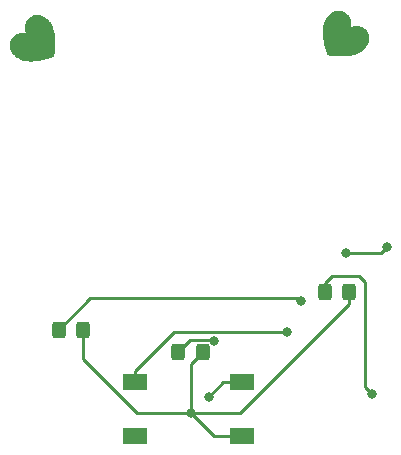
<source format=gbr>
%TF.GenerationSoftware,KiCad,Pcbnew,7.0.10*%
%TF.CreationDate,2024-01-29T00:00:28+02:00*%
%TF.ProjectId,RamenTimer_ki7,52616d65-6e54-4696-9d65-725f6b69372e,rev?*%
%TF.SameCoordinates,Original*%
%TF.FileFunction,Copper,L2,Bot*%
%TF.FilePolarity,Positive*%
%FSLAX46Y46*%
G04 Gerber Fmt 4.6, Leading zero omitted, Abs format (unit mm)*
G04 Created by KiCad (PCBNEW 7.0.10) date 2024-01-29 00:00:28*
%MOMM*%
%LPD*%
G01*
G04 APERTURE LIST*
G04 Aperture macros list*
%AMRoundRect*
0 Rectangle with rounded corners*
0 $1 Rounding radius*
0 $2 $3 $4 $5 $6 $7 $8 $9 X,Y pos of 4 corners*
0 Add a 4 corners polygon primitive as box body*
4,1,4,$2,$3,$4,$5,$6,$7,$8,$9,$2,$3,0*
0 Add four circle primitives for the rounded corners*
1,1,$1+$1,$2,$3*
1,1,$1+$1,$4,$5*
1,1,$1+$1,$6,$7*
1,1,$1+$1,$8,$9*
0 Add four rect primitives between the rounded corners*
20,1,$1+$1,$2,$3,$4,$5,0*
20,1,$1+$1,$4,$5,$6,$7,0*
20,1,$1+$1,$6,$7,$8,$9,0*
20,1,$1+$1,$8,$9,$2,$3,0*%
G04 Aperture macros list end*
%TA.AperFunction,NonConductor*%
%ADD10C,0.004000*%
%TD*%
%TA.AperFunction,SMDPad,CuDef*%
%ADD11R,2.100000X1.400000*%
%TD*%
%TA.AperFunction,SMDPad,CuDef*%
%ADD12RoundRect,0.250000X0.325000X0.450000X-0.325000X0.450000X-0.325000X-0.450000X0.325000X-0.450000X0*%
%TD*%
%TA.AperFunction,ViaPad*%
%ADD13C,0.800000*%
%TD*%
%TA.AperFunction,Conductor*%
%ADD14C,0.250000*%
%TD*%
G04 APERTURE END LIST*
D10*
X140966455Y-80047277D02*
X141048170Y-80054836D01*
X141130608Y-80069310D01*
X141213662Y-80090691D01*
X141297226Y-80118975D01*
X141381194Y-80154158D01*
X141465458Y-80196232D01*
X141549913Y-80245192D01*
X141634451Y-80301034D01*
X141706212Y-80354393D01*
X141774167Y-80411213D01*
X141838380Y-80471610D01*
X141898913Y-80535701D01*
X141955831Y-80603602D01*
X142009197Y-80675430D01*
X142059074Y-80751302D01*
X142105526Y-80831334D01*
X142148615Y-80915641D01*
X142188406Y-81004341D01*
X142224963Y-81097551D01*
X142258347Y-81195386D01*
X142288623Y-81297963D01*
X142315856Y-81405398D01*
X142340106Y-81517808D01*
X142361439Y-81635309D01*
X142375411Y-81727932D01*
X142387247Y-81824019D01*
X142396955Y-81923265D01*
X142404537Y-82025360D01*
X142410000Y-82130000D01*
X142413347Y-82236876D01*
X142414587Y-82345680D01*
X142413724Y-82456108D01*
X142410763Y-82567848D01*
X142405707Y-82680597D01*
X142398565Y-82794046D01*
X142389340Y-82907889D01*
X142378038Y-83021816D01*
X142364665Y-83135522D01*
X142349225Y-83248700D01*
X142331724Y-83361041D01*
X142331724Y-83361042D01*
X142326702Y-83390357D01*
X142321622Y-83418176D01*
X142316623Y-83443857D01*
X142311844Y-83466757D01*
X142307425Y-83486235D01*
X142303506Y-83501646D01*
X142301776Y-83507626D01*
X142300224Y-83512350D01*
X142298867Y-83515735D01*
X142297722Y-83517702D01*
X142290150Y-83522622D01*
X142274094Y-83529949D01*
X142220025Y-83550698D01*
X142142504Y-83577695D01*
X142048517Y-83608685D01*
X141945054Y-83641413D01*
X141839102Y-83673622D01*
X141737649Y-83703060D01*
X141647686Y-83727469D01*
X141460112Y-83773116D01*
X141277429Y-83811956D01*
X141099747Y-83843993D01*
X140927180Y-83869230D01*
X140759840Y-83887673D01*
X140597841Y-83899324D01*
X140441295Y-83904188D01*
X140290314Y-83902270D01*
X140145013Y-83893572D01*
X140005503Y-83878100D01*
X139871897Y-83855855D01*
X139744308Y-83826846D01*
X139622849Y-83791072D01*
X139507633Y-83748540D01*
X139398772Y-83699253D01*
X139296378Y-83643216D01*
X139268873Y-83625920D01*
X139240042Y-83606270D01*
X139210146Y-83584508D01*
X139179446Y-83560878D01*
X139116679Y-83508991D01*
X139053829Y-83452556D01*
X138992986Y-83393526D01*
X138936237Y-83333847D01*
X138910051Y-83304375D01*
X138885671Y-83275470D01*
X138863359Y-83247381D01*
X138843376Y-83220346D01*
X138818620Y-83184192D01*
X138795256Y-83147560D01*
X138773306Y-83110510D01*
X138752790Y-83073094D01*
X138733728Y-83035372D01*
X138716140Y-82997396D01*
X138700046Y-82959225D01*
X138685468Y-82920915D01*
X138672423Y-82882521D01*
X138660933Y-82844099D01*
X138651019Y-82805706D01*
X138642699Y-82767398D01*
X138635997Y-82729231D01*
X138630929Y-82691260D01*
X138627517Y-82653543D01*
X138625782Y-82616134D01*
X138625817Y-82590701D01*
X138627057Y-82563629D01*
X138629443Y-82535163D01*
X138632915Y-82505550D01*
X138637415Y-82475035D01*
X138642883Y-82443864D01*
X138649261Y-82412283D01*
X138656488Y-82380538D01*
X138664507Y-82348873D01*
X138673257Y-82317536D01*
X138682681Y-82286772D01*
X138692718Y-82256827D01*
X138703310Y-82227947D01*
X138714398Y-82200377D01*
X138725922Y-82174362D01*
X138737824Y-82150150D01*
X138751915Y-82124627D01*
X138768104Y-82098147D01*
X138786182Y-82070938D01*
X138805941Y-82043227D01*
X138827175Y-82015241D01*
X138849676Y-81987209D01*
X138873236Y-81959359D01*
X138897648Y-81931916D01*
X138922704Y-81905110D01*
X138948196Y-81879168D01*
X138973918Y-81854317D01*
X138999660Y-81830785D01*
X139025217Y-81808800D01*
X139050381Y-81788589D01*
X139074943Y-81770380D01*
X139098696Y-81754401D01*
X139147291Y-81725039D01*
X139196742Y-81698122D01*
X139246953Y-81673670D01*
X139297824Y-81651701D01*
X139349257Y-81632236D01*
X139401153Y-81615294D01*
X139453414Y-81600897D01*
X139505941Y-81589061D01*
X139558636Y-81579810D01*
X139611400Y-81573160D01*
X139664134Y-81569132D01*
X139716740Y-81567747D01*
X139769119Y-81569023D01*
X139821173Y-81572982D01*
X139872803Y-81579641D01*
X139923911Y-81589021D01*
X139938854Y-81592140D01*
X139952148Y-81594811D01*
X139963874Y-81597026D01*
X139969173Y-81597960D01*
X139974110Y-81598778D01*
X139978695Y-81599478D01*
X139982936Y-81600059D01*
X139986846Y-81600520D01*
X139990432Y-81600861D01*
X139993708Y-81601081D01*
X139996679Y-81601178D01*
X139999357Y-81601152D01*
X140001755Y-81601002D01*
X140003878Y-81600726D01*
X140005739Y-81600325D01*
X140006574Y-81600076D01*
X140007348Y-81599796D01*
X140008060Y-81599484D01*
X140008713Y-81599139D01*
X140009307Y-81598763D01*
X140009845Y-81598354D01*
X140010327Y-81597912D01*
X140010755Y-81597438D01*
X140011129Y-81596932D01*
X140011452Y-81596392D01*
X140011724Y-81595819D01*
X140011945Y-81595213D01*
X140012119Y-81594574D01*
X140012246Y-81593902D01*
X140012327Y-81593198D01*
X140012363Y-81592458D01*
X140012308Y-81590879D01*
X140012089Y-81589164D01*
X140011716Y-81587313D01*
X140011201Y-81585325D01*
X140010553Y-81583198D01*
X140009782Y-81580932D01*
X139991545Y-81527673D01*
X139975287Y-81476010D01*
X139960995Y-81425814D01*
X139948657Y-81376953D01*
X139938265Y-81329296D01*
X139929806Y-81282716D01*
X139923270Y-81237080D01*
X139918647Y-81192260D01*
X139915924Y-81148121D01*
X139915094Y-81104538D01*
X139916142Y-81061377D01*
X139919061Y-81018510D01*
X139923837Y-80975805D01*
X139930461Y-80933133D01*
X139938922Y-80890362D01*
X139949210Y-80847364D01*
X139965866Y-80787348D01*
X139974500Y-80759573D01*
X139983471Y-80733020D01*
X139992878Y-80707490D01*
X140002822Y-80682784D01*
X140013400Y-80658699D01*
X140024713Y-80635039D01*
X140036860Y-80611602D01*
X140049942Y-80588188D01*
X140064057Y-80564599D01*
X140079304Y-80540634D01*
X140095783Y-80516093D01*
X140113596Y-80490777D01*
X140153613Y-80437020D01*
X140182525Y-80399839D01*
X140207940Y-80368451D01*
X140219696Y-80354564D01*
X140231010Y-80341688D01*
X140242026Y-80329674D01*
X140252888Y-80318380D01*
X140263741Y-80307657D01*
X140274727Y-80297360D01*
X140285991Y-80287343D01*
X140297678Y-80277458D01*
X140309931Y-80267562D01*
X140322894Y-80257509D01*
X140351528Y-80236339D01*
X140423628Y-80188396D01*
X140497303Y-80147409D01*
X140572446Y-80113373D01*
X140648951Y-80086284D01*
X140726710Y-80066134D01*
X140805618Y-80052921D01*
X140885568Y-80046637D01*
X140966455Y-80047277D01*
%TA.AperFunction,NonConductor*%
G36*
X140966455Y-80047277D02*
G01*
X141048170Y-80054836D01*
X141130608Y-80069310D01*
X141213662Y-80090691D01*
X141297226Y-80118975D01*
X141381194Y-80154158D01*
X141465458Y-80196232D01*
X141549913Y-80245192D01*
X141634451Y-80301034D01*
X141706212Y-80354393D01*
X141774167Y-80411213D01*
X141838380Y-80471610D01*
X141898913Y-80535701D01*
X141955831Y-80603602D01*
X142009197Y-80675430D01*
X142059074Y-80751302D01*
X142105526Y-80831334D01*
X142148615Y-80915641D01*
X142188406Y-81004341D01*
X142224963Y-81097551D01*
X142258347Y-81195386D01*
X142288623Y-81297963D01*
X142315856Y-81405398D01*
X142340106Y-81517808D01*
X142361439Y-81635309D01*
X142375411Y-81727932D01*
X142387247Y-81824019D01*
X142396955Y-81923265D01*
X142404537Y-82025360D01*
X142410000Y-82130000D01*
X142413347Y-82236876D01*
X142414587Y-82345680D01*
X142413724Y-82456108D01*
X142410763Y-82567848D01*
X142405707Y-82680597D01*
X142398565Y-82794046D01*
X142389340Y-82907889D01*
X142378038Y-83021816D01*
X142364665Y-83135522D01*
X142349225Y-83248700D01*
X142331724Y-83361041D01*
X142331724Y-83361042D01*
X142326702Y-83390357D01*
X142321622Y-83418176D01*
X142316623Y-83443857D01*
X142311844Y-83466757D01*
X142307425Y-83486235D01*
X142303506Y-83501646D01*
X142301776Y-83507626D01*
X142300224Y-83512350D01*
X142298867Y-83515735D01*
X142297722Y-83517702D01*
X142290150Y-83522622D01*
X142274094Y-83529949D01*
X142220025Y-83550698D01*
X142142504Y-83577695D01*
X142048517Y-83608685D01*
X141945054Y-83641413D01*
X141839102Y-83673622D01*
X141737649Y-83703060D01*
X141647686Y-83727469D01*
X141460112Y-83773116D01*
X141277429Y-83811956D01*
X141099747Y-83843993D01*
X140927180Y-83869230D01*
X140759840Y-83887673D01*
X140597841Y-83899324D01*
X140441295Y-83904188D01*
X140290314Y-83902270D01*
X140145013Y-83893572D01*
X140005503Y-83878100D01*
X139871897Y-83855855D01*
X139744308Y-83826846D01*
X139622849Y-83791072D01*
X139507633Y-83748540D01*
X139398772Y-83699253D01*
X139296378Y-83643216D01*
X139268873Y-83625920D01*
X139240042Y-83606270D01*
X139210146Y-83584508D01*
X139179446Y-83560878D01*
X139116679Y-83508991D01*
X139053829Y-83452556D01*
X138992986Y-83393526D01*
X138936237Y-83333847D01*
X138910051Y-83304375D01*
X138885671Y-83275470D01*
X138863359Y-83247381D01*
X138843376Y-83220346D01*
X138818620Y-83184192D01*
X138795256Y-83147560D01*
X138773306Y-83110510D01*
X138752790Y-83073094D01*
X138733728Y-83035372D01*
X138716140Y-82997396D01*
X138700046Y-82959225D01*
X138685468Y-82920915D01*
X138672423Y-82882521D01*
X138660933Y-82844099D01*
X138651019Y-82805706D01*
X138642699Y-82767398D01*
X138635997Y-82729231D01*
X138630929Y-82691260D01*
X138627517Y-82653543D01*
X138625782Y-82616134D01*
X138625817Y-82590701D01*
X138627057Y-82563629D01*
X138629443Y-82535163D01*
X138632915Y-82505550D01*
X138637415Y-82475035D01*
X138642883Y-82443864D01*
X138649261Y-82412283D01*
X138656488Y-82380538D01*
X138664507Y-82348873D01*
X138673257Y-82317536D01*
X138682681Y-82286772D01*
X138692718Y-82256827D01*
X138703310Y-82227947D01*
X138714398Y-82200377D01*
X138725922Y-82174362D01*
X138737824Y-82150150D01*
X138751915Y-82124627D01*
X138768104Y-82098147D01*
X138786182Y-82070938D01*
X138805941Y-82043227D01*
X138827175Y-82015241D01*
X138849676Y-81987209D01*
X138873236Y-81959359D01*
X138897648Y-81931916D01*
X138922704Y-81905110D01*
X138948196Y-81879168D01*
X138973918Y-81854317D01*
X138999660Y-81830785D01*
X139025217Y-81808800D01*
X139050381Y-81788589D01*
X139074943Y-81770380D01*
X139098696Y-81754401D01*
X139147291Y-81725039D01*
X139196742Y-81698122D01*
X139246953Y-81673670D01*
X139297824Y-81651701D01*
X139349257Y-81632236D01*
X139401153Y-81615294D01*
X139453414Y-81600897D01*
X139505941Y-81589061D01*
X139558636Y-81579810D01*
X139611400Y-81573160D01*
X139664134Y-81569132D01*
X139716740Y-81567747D01*
X139769119Y-81569023D01*
X139821173Y-81572982D01*
X139872803Y-81579641D01*
X139923911Y-81589021D01*
X139938854Y-81592140D01*
X139952148Y-81594811D01*
X139963874Y-81597026D01*
X139969173Y-81597960D01*
X139974110Y-81598778D01*
X139978695Y-81599478D01*
X139982936Y-81600059D01*
X139986846Y-81600520D01*
X139990432Y-81600861D01*
X139993708Y-81601081D01*
X139996679Y-81601178D01*
X139999357Y-81601152D01*
X140001755Y-81601002D01*
X140003878Y-81600726D01*
X140005739Y-81600325D01*
X140006574Y-81600076D01*
X140007348Y-81599796D01*
X140008060Y-81599484D01*
X140008713Y-81599139D01*
X140009307Y-81598763D01*
X140009845Y-81598354D01*
X140010327Y-81597912D01*
X140010755Y-81597438D01*
X140011129Y-81596932D01*
X140011452Y-81596392D01*
X140011724Y-81595819D01*
X140011945Y-81595213D01*
X140012119Y-81594574D01*
X140012246Y-81593902D01*
X140012327Y-81593198D01*
X140012363Y-81592458D01*
X140012308Y-81590879D01*
X140012089Y-81589164D01*
X140011716Y-81587313D01*
X140011201Y-81585325D01*
X140010553Y-81583198D01*
X140009782Y-81580932D01*
X139991545Y-81527673D01*
X139975287Y-81476010D01*
X139960995Y-81425814D01*
X139948657Y-81376953D01*
X139938265Y-81329296D01*
X139929806Y-81282716D01*
X139923270Y-81237080D01*
X139918647Y-81192260D01*
X139915924Y-81148121D01*
X139915094Y-81104538D01*
X139916142Y-81061377D01*
X139919061Y-81018510D01*
X139923837Y-80975805D01*
X139930461Y-80933133D01*
X139938922Y-80890362D01*
X139949210Y-80847364D01*
X139965866Y-80787348D01*
X139974500Y-80759573D01*
X139983471Y-80733020D01*
X139992878Y-80707490D01*
X140002822Y-80682784D01*
X140013400Y-80658699D01*
X140024713Y-80635039D01*
X140036860Y-80611602D01*
X140049942Y-80588188D01*
X140064057Y-80564599D01*
X140079304Y-80540634D01*
X140095783Y-80516093D01*
X140113596Y-80490777D01*
X140153613Y-80437020D01*
X140182525Y-80399839D01*
X140207940Y-80368451D01*
X140219696Y-80354564D01*
X140231010Y-80341688D01*
X140242026Y-80329674D01*
X140252888Y-80318380D01*
X140263741Y-80307657D01*
X140274727Y-80297360D01*
X140285991Y-80287343D01*
X140297678Y-80277458D01*
X140309931Y-80267562D01*
X140322894Y-80257509D01*
X140351528Y-80236339D01*
X140423628Y-80188396D01*
X140497303Y-80147409D01*
X140572446Y-80113373D01*
X140648951Y-80086284D01*
X140726710Y-80066134D01*
X140805618Y-80052921D01*
X140885568Y-80046637D01*
X140966455Y-80047277D01*
G37*
%TD.AperFunction*%
X166459375Y-79689243D02*
X166486447Y-79690483D01*
X166514913Y-79692869D01*
X166544526Y-79696341D01*
X166575041Y-79700841D01*
X166606212Y-79706309D01*
X166637793Y-79712687D01*
X166669538Y-79719914D01*
X166701203Y-79727933D01*
X166732540Y-79736683D01*
X166763304Y-79746107D01*
X166793249Y-79756144D01*
X166822129Y-79766736D01*
X166849699Y-79777824D01*
X166875714Y-79789348D01*
X166899926Y-79801250D01*
X166925449Y-79815341D01*
X166951929Y-79831530D01*
X166979138Y-79849608D01*
X167006849Y-79869367D01*
X167034835Y-79890601D01*
X167062867Y-79913102D01*
X167090717Y-79936662D01*
X167118160Y-79961074D01*
X167144966Y-79986130D01*
X167170908Y-80011622D01*
X167195759Y-80037344D01*
X167219291Y-80063086D01*
X167241276Y-80088643D01*
X167261487Y-80113807D01*
X167279696Y-80138369D01*
X167295675Y-80162122D01*
X167325037Y-80210717D01*
X167351954Y-80260168D01*
X167376406Y-80310379D01*
X167398375Y-80361250D01*
X167417840Y-80412683D01*
X167434782Y-80464579D01*
X167449179Y-80516840D01*
X167461015Y-80569367D01*
X167470266Y-80622062D01*
X167476916Y-80674826D01*
X167480944Y-80727560D01*
X167482329Y-80780166D01*
X167481053Y-80832545D01*
X167477094Y-80884599D01*
X167470435Y-80936229D01*
X167461055Y-80987337D01*
X167457936Y-81002280D01*
X167455265Y-81015574D01*
X167453050Y-81027300D01*
X167452116Y-81032599D01*
X167451298Y-81037536D01*
X167450598Y-81042121D01*
X167450017Y-81046362D01*
X167449556Y-81050272D01*
X167449215Y-81053858D01*
X167448995Y-81057134D01*
X167448898Y-81060105D01*
X167448924Y-81062783D01*
X167449074Y-81065181D01*
X167449350Y-81067304D01*
X167449751Y-81069165D01*
X167450000Y-81070000D01*
X167450280Y-81070774D01*
X167450592Y-81071486D01*
X167450937Y-81072139D01*
X167451313Y-81072733D01*
X167451722Y-81073271D01*
X167452164Y-81073753D01*
X167452638Y-81074181D01*
X167453144Y-81074555D01*
X167453684Y-81074878D01*
X167454257Y-81075150D01*
X167454863Y-81075371D01*
X167455502Y-81075545D01*
X167456174Y-81075672D01*
X167456878Y-81075753D01*
X167457618Y-81075789D01*
X167459197Y-81075734D01*
X167460912Y-81075515D01*
X167462763Y-81075142D01*
X167464751Y-81074627D01*
X167466878Y-81073979D01*
X167469144Y-81073208D01*
X167522403Y-81054971D01*
X167574066Y-81038713D01*
X167624262Y-81024421D01*
X167673123Y-81012083D01*
X167720780Y-81001691D01*
X167767360Y-80993232D01*
X167812996Y-80986696D01*
X167857816Y-80982073D01*
X167901955Y-80979350D01*
X167945538Y-80978520D01*
X167988699Y-80979568D01*
X168031566Y-80982487D01*
X168074271Y-80987263D01*
X168116943Y-80993887D01*
X168159714Y-81002348D01*
X168202712Y-81012636D01*
X168262728Y-81029292D01*
X168290503Y-81037926D01*
X168317056Y-81046897D01*
X168342586Y-81056304D01*
X168367292Y-81066248D01*
X168391377Y-81076826D01*
X168415037Y-81088139D01*
X168438474Y-81100286D01*
X168461888Y-81113368D01*
X168485477Y-81127483D01*
X168509442Y-81142730D01*
X168533983Y-81159209D01*
X168559299Y-81177022D01*
X168613056Y-81217039D01*
X168650237Y-81245951D01*
X168681625Y-81271366D01*
X168695512Y-81283122D01*
X168708388Y-81294436D01*
X168720402Y-81305452D01*
X168731696Y-81316314D01*
X168742419Y-81327167D01*
X168752716Y-81338153D01*
X168762733Y-81349417D01*
X168772618Y-81361104D01*
X168782514Y-81373357D01*
X168792567Y-81386320D01*
X168813737Y-81414954D01*
X168861680Y-81487054D01*
X168902667Y-81560729D01*
X168936703Y-81635872D01*
X168963792Y-81712377D01*
X168983942Y-81790136D01*
X168997155Y-81869044D01*
X169003439Y-81948994D01*
X169002799Y-82029881D01*
X168995240Y-82111596D01*
X168980766Y-82194034D01*
X168959385Y-82277088D01*
X168931101Y-82360652D01*
X168895918Y-82444620D01*
X168853844Y-82528884D01*
X168804884Y-82613339D01*
X168749042Y-82697877D01*
X168695683Y-82769638D01*
X168638863Y-82837593D01*
X168578466Y-82901806D01*
X168514375Y-82962339D01*
X168446474Y-83019257D01*
X168374646Y-83072623D01*
X168298774Y-83122500D01*
X168218742Y-83168952D01*
X168134435Y-83212041D01*
X168045735Y-83251832D01*
X167952525Y-83288389D01*
X167854690Y-83321773D01*
X167752113Y-83352049D01*
X167644678Y-83379282D01*
X167532268Y-83403532D01*
X167414767Y-83424865D01*
X167322144Y-83438837D01*
X167226057Y-83450673D01*
X167126811Y-83460381D01*
X167024716Y-83467963D01*
X166920076Y-83473426D01*
X166813200Y-83476773D01*
X166704396Y-83478013D01*
X166593968Y-83477150D01*
X166482228Y-83474189D01*
X166369479Y-83469133D01*
X166256030Y-83461991D01*
X166142187Y-83452766D01*
X166028260Y-83441464D01*
X165914554Y-83428091D01*
X165801376Y-83412651D01*
X165689035Y-83395150D01*
X165689034Y-83395150D01*
X165659719Y-83390128D01*
X165631900Y-83385048D01*
X165606219Y-83380049D01*
X165583319Y-83375270D01*
X165563841Y-83370851D01*
X165548430Y-83366932D01*
X165542450Y-83365202D01*
X165537726Y-83363650D01*
X165534341Y-83362293D01*
X165532374Y-83361148D01*
X165527454Y-83353576D01*
X165520127Y-83337520D01*
X165499378Y-83283451D01*
X165472381Y-83205930D01*
X165441391Y-83111943D01*
X165408663Y-83008480D01*
X165376454Y-82902528D01*
X165347016Y-82801075D01*
X165322607Y-82711112D01*
X165276960Y-82523538D01*
X165238120Y-82340855D01*
X165206083Y-82163173D01*
X165180846Y-81990606D01*
X165162403Y-81823266D01*
X165150752Y-81661267D01*
X165145888Y-81504721D01*
X165147806Y-81353740D01*
X165156504Y-81208439D01*
X165171976Y-81068929D01*
X165194221Y-80935323D01*
X165223230Y-80807734D01*
X165259004Y-80686275D01*
X165301536Y-80571059D01*
X165350823Y-80462198D01*
X165406860Y-80359804D01*
X165424156Y-80332299D01*
X165443806Y-80303468D01*
X165465568Y-80273572D01*
X165489198Y-80242872D01*
X165541085Y-80180105D01*
X165597520Y-80117255D01*
X165656550Y-80056412D01*
X165716229Y-79999663D01*
X165745701Y-79973477D01*
X165774606Y-79949097D01*
X165802695Y-79926785D01*
X165829730Y-79906802D01*
X165865884Y-79882046D01*
X165902516Y-79858682D01*
X165939566Y-79836732D01*
X165976982Y-79816216D01*
X166014704Y-79797154D01*
X166052680Y-79779566D01*
X166090851Y-79763472D01*
X166129161Y-79748894D01*
X166167555Y-79735849D01*
X166205977Y-79724359D01*
X166244370Y-79714445D01*
X166282678Y-79706125D01*
X166320845Y-79699423D01*
X166358816Y-79694355D01*
X166396533Y-79690943D01*
X166433942Y-79689208D01*
X166459375Y-79689243D01*
%TA.AperFunction,NonConductor*%
G36*
X166459375Y-79689243D02*
G01*
X166486447Y-79690483D01*
X166514913Y-79692869D01*
X166544526Y-79696341D01*
X166575041Y-79700841D01*
X166606212Y-79706309D01*
X166637793Y-79712687D01*
X166669538Y-79719914D01*
X166701203Y-79727933D01*
X166732540Y-79736683D01*
X166763304Y-79746107D01*
X166793249Y-79756144D01*
X166822129Y-79766736D01*
X166849699Y-79777824D01*
X166875714Y-79789348D01*
X166899926Y-79801250D01*
X166925449Y-79815341D01*
X166951929Y-79831530D01*
X166979138Y-79849608D01*
X167006849Y-79869367D01*
X167034835Y-79890601D01*
X167062867Y-79913102D01*
X167090717Y-79936662D01*
X167118160Y-79961074D01*
X167144966Y-79986130D01*
X167170908Y-80011622D01*
X167195759Y-80037344D01*
X167219291Y-80063086D01*
X167241276Y-80088643D01*
X167261487Y-80113807D01*
X167279696Y-80138369D01*
X167295675Y-80162122D01*
X167325037Y-80210717D01*
X167351954Y-80260168D01*
X167376406Y-80310379D01*
X167398375Y-80361250D01*
X167417840Y-80412683D01*
X167434782Y-80464579D01*
X167449179Y-80516840D01*
X167461015Y-80569367D01*
X167470266Y-80622062D01*
X167476916Y-80674826D01*
X167480944Y-80727560D01*
X167482329Y-80780166D01*
X167481053Y-80832545D01*
X167477094Y-80884599D01*
X167470435Y-80936229D01*
X167461055Y-80987337D01*
X167457936Y-81002280D01*
X167455265Y-81015574D01*
X167453050Y-81027300D01*
X167452116Y-81032599D01*
X167451298Y-81037536D01*
X167450598Y-81042121D01*
X167450017Y-81046362D01*
X167449556Y-81050272D01*
X167449215Y-81053858D01*
X167448995Y-81057134D01*
X167448898Y-81060105D01*
X167448924Y-81062783D01*
X167449074Y-81065181D01*
X167449350Y-81067304D01*
X167449751Y-81069165D01*
X167450000Y-81070000D01*
X167450280Y-81070774D01*
X167450592Y-81071486D01*
X167450937Y-81072139D01*
X167451313Y-81072733D01*
X167451722Y-81073271D01*
X167452164Y-81073753D01*
X167452638Y-81074181D01*
X167453144Y-81074555D01*
X167453684Y-81074878D01*
X167454257Y-81075150D01*
X167454863Y-81075371D01*
X167455502Y-81075545D01*
X167456174Y-81075672D01*
X167456878Y-81075753D01*
X167457618Y-81075789D01*
X167459197Y-81075734D01*
X167460912Y-81075515D01*
X167462763Y-81075142D01*
X167464751Y-81074627D01*
X167466878Y-81073979D01*
X167469144Y-81073208D01*
X167522403Y-81054971D01*
X167574066Y-81038713D01*
X167624262Y-81024421D01*
X167673123Y-81012083D01*
X167720780Y-81001691D01*
X167767360Y-80993232D01*
X167812996Y-80986696D01*
X167857816Y-80982073D01*
X167901955Y-80979350D01*
X167945538Y-80978520D01*
X167988699Y-80979568D01*
X168031566Y-80982487D01*
X168074271Y-80987263D01*
X168116943Y-80993887D01*
X168159714Y-81002348D01*
X168202712Y-81012636D01*
X168262728Y-81029292D01*
X168290503Y-81037926D01*
X168317056Y-81046897D01*
X168342586Y-81056304D01*
X168367292Y-81066248D01*
X168391377Y-81076826D01*
X168415037Y-81088139D01*
X168438474Y-81100286D01*
X168461888Y-81113368D01*
X168485477Y-81127483D01*
X168509442Y-81142730D01*
X168533983Y-81159209D01*
X168559299Y-81177022D01*
X168613056Y-81217039D01*
X168650237Y-81245951D01*
X168681625Y-81271366D01*
X168695512Y-81283122D01*
X168708388Y-81294436D01*
X168720402Y-81305452D01*
X168731696Y-81316314D01*
X168742419Y-81327167D01*
X168752716Y-81338153D01*
X168762733Y-81349417D01*
X168772618Y-81361104D01*
X168782514Y-81373357D01*
X168792567Y-81386320D01*
X168813737Y-81414954D01*
X168861680Y-81487054D01*
X168902667Y-81560729D01*
X168936703Y-81635872D01*
X168963792Y-81712377D01*
X168983942Y-81790136D01*
X168997155Y-81869044D01*
X169003439Y-81948994D01*
X169002799Y-82029881D01*
X168995240Y-82111596D01*
X168980766Y-82194034D01*
X168959385Y-82277088D01*
X168931101Y-82360652D01*
X168895918Y-82444620D01*
X168853844Y-82528884D01*
X168804884Y-82613339D01*
X168749042Y-82697877D01*
X168695683Y-82769638D01*
X168638863Y-82837593D01*
X168578466Y-82901806D01*
X168514375Y-82962339D01*
X168446474Y-83019257D01*
X168374646Y-83072623D01*
X168298774Y-83122500D01*
X168218742Y-83168952D01*
X168134435Y-83212041D01*
X168045735Y-83251832D01*
X167952525Y-83288389D01*
X167854690Y-83321773D01*
X167752113Y-83352049D01*
X167644678Y-83379282D01*
X167532268Y-83403532D01*
X167414767Y-83424865D01*
X167322144Y-83438837D01*
X167226057Y-83450673D01*
X167126811Y-83460381D01*
X167024716Y-83467963D01*
X166920076Y-83473426D01*
X166813200Y-83476773D01*
X166704396Y-83478013D01*
X166593968Y-83477150D01*
X166482228Y-83474189D01*
X166369479Y-83469133D01*
X166256030Y-83461991D01*
X166142187Y-83452766D01*
X166028260Y-83441464D01*
X165914554Y-83428091D01*
X165801376Y-83412651D01*
X165689035Y-83395150D01*
X165689034Y-83395150D01*
X165659719Y-83390128D01*
X165631900Y-83385048D01*
X165606219Y-83380049D01*
X165583319Y-83375270D01*
X165563841Y-83370851D01*
X165548430Y-83366932D01*
X165542450Y-83365202D01*
X165537726Y-83363650D01*
X165534341Y-83362293D01*
X165532374Y-83361148D01*
X165527454Y-83353576D01*
X165520127Y-83337520D01*
X165499378Y-83283451D01*
X165472381Y-83205930D01*
X165441391Y-83111943D01*
X165408663Y-83008480D01*
X165376454Y-82902528D01*
X165347016Y-82801075D01*
X165322607Y-82711112D01*
X165276960Y-82523538D01*
X165238120Y-82340855D01*
X165206083Y-82163173D01*
X165180846Y-81990606D01*
X165162403Y-81823266D01*
X165150752Y-81661267D01*
X165145888Y-81504721D01*
X165147806Y-81353740D01*
X165156504Y-81208439D01*
X165171976Y-81068929D01*
X165194221Y-80935323D01*
X165223230Y-80807734D01*
X165259004Y-80686275D01*
X165301536Y-80571059D01*
X165350823Y-80462198D01*
X165406860Y-80359804D01*
X165424156Y-80332299D01*
X165443806Y-80303468D01*
X165465568Y-80273572D01*
X165489198Y-80242872D01*
X165541085Y-80180105D01*
X165597520Y-80117255D01*
X165656550Y-80056412D01*
X165716229Y-79999663D01*
X165745701Y-79973477D01*
X165774606Y-79949097D01*
X165802695Y-79926785D01*
X165829730Y-79906802D01*
X165865884Y-79882046D01*
X165902516Y-79858682D01*
X165939566Y-79836732D01*
X165976982Y-79816216D01*
X166014704Y-79797154D01*
X166052680Y-79779566D01*
X166090851Y-79763472D01*
X166129161Y-79748894D01*
X166167555Y-79735849D01*
X166205977Y-79724359D01*
X166244370Y-79714445D01*
X166282678Y-79706125D01*
X166320845Y-79699423D01*
X166358816Y-79694355D01*
X166396533Y-79690943D01*
X166433942Y-79689208D01*
X166459375Y-79689243D01*
G37*
%TD.AperFunction*%
D11*
%TO.P,SW2,1*%
%TO.N,Net-(U1-PB4)*%
X158334500Y-111135000D03*
%TO.P,SW2,2*%
%TO.N,Net-(R4-Pad2)*%
X149234500Y-111135000D03*
%TO.P,SW2,3*%
%TO.N,GND*%
X158334500Y-115685000D03*
%TO.P,SW2,4*%
%TO.N,unconnected-(SW2-Pad4)*%
X149234500Y-115685000D03*
%TD*%
D12*
%TO.P,D3,1,K*%
%TO.N,GND*%
X167392500Y-103510000D03*
%TO.P,D3,2,A*%
%TO.N,Net-(D3-A)*%
X165342500Y-103510000D03*
%TD*%
%TO.P,D2,1,K*%
%TO.N,GND*%
X154960000Y-108580000D03*
%TO.P,D2,2,A*%
%TO.N,Net-(D2-A)*%
X152910000Y-108580000D03*
%TD*%
%TO.P,D1,2,A*%
%TO.N,Net-(D1-A)*%
X142800000Y-106690000D03*
%TO.P,D1,1,K*%
%TO.N,GND*%
X144850000Y-106690000D03*
%TD*%
D13*
%TO.N,GND*%
X167150000Y-100230000D03*
X170610000Y-99700000D03*
%TO.N,Net-(D2-A)*%
X155965157Y-107617967D03*
%TO.N,Net-(D1-A)*%
X163310000Y-104225064D03*
%TO.N,Net-(D3-A)*%
X169350000Y-112140000D03*
%TO.N,GND*%
X153960000Y-113750000D03*
%TO.N,Net-(R4-Pad2)*%
X162150000Y-106890000D03*
%TO.N,Net-(U1-PB4)*%
X155510000Y-112360000D03*
%TD*%
D14*
%TO.N,Net-(D2-A)*%
X155902190Y-107555000D02*
X153935000Y-107555000D01*
X155965157Y-107617967D02*
X155902190Y-107555000D01*
X153935000Y-107555000D02*
X152910000Y-108580000D01*
%TO.N,GND*%
X170080000Y-100230000D02*
X167150000Y-100230000D01*
X170610000Y-99700000D02*
X170080000Y-100230000D01*
%TO.N,Net-(D1-A)*%
X145445669Y-104044331D02*
X142800000Y-106690000D01*
X163129267Y-104044331D02*
X145445669Y-104044331D01*
X163310000Y-104225064D02*
X163129267Y-104044331D01*
%TO.N,Net-(D3-A)*%
X168730000Y-111520000D02*
X169350000Y-112140000D01*
X168730000Y-102690000D02*
X168730000Y-111520000D01*
X165940000Y-102130000D02*
X168170000Y-102130000D01*
X165342500Y-102727500D02*
X165940000Y-102130000D01*
X165342500Y-103510000D02*
X165342500Y-102727500D01*
X168170000Y-102130000D02*
X168730000Y-102690000D01*
%TO.N,GND*%
X154960000Y-108580000D02*
X153960000Y-109580000D01*
X153960000Y-109580000D02*
X153960000Y-113750000D01*
X158119500Y-113750000D02*
X153960000Y-113750000D01*
X167392500Y-104477000D02*
X158119500Y-113750000D01*
X167392500Y-103510000D02*
X167392500Y-104477000D01*
X149449500Y-113750000D02*
X153960000Y-113750000D01*
X144850000Y-109150500D02*
X149449500Y-113750000D01*
X144850000Y-106690000D02*
X144850000Y-109150500D01*
X155895000Y-115685000D02*
X153960000Y-113750000D01*
X158334500Y-115685000D02*
X155895000Y-115685000D01*
%TO.N,Net-(R4-Pad2)*%
X152529500Y-106890000D02*
X162150000Y-106890000D01*
X149234500Y-110185000D02*
X152529500Y-106890000D01*
X149234500Y-111135000D02*
X149234500Y-110185000D01*
%TO.N,Net-(U1-PB4)*%
X156735000Y-111135000D02*
X158334500Y-111135000D01*
X155510000Y-112360000D02*
X156735000Y-111135000D01*
%TD*%
M02*

</source>
